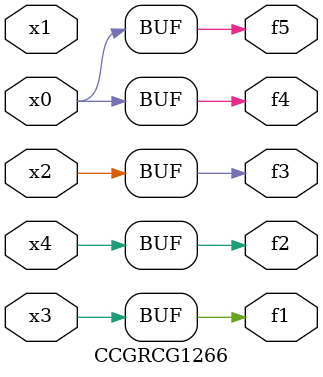
<source format=v>
module CCGRCG1266(
	input x0, x1, x2, x3, x4,
	output f1, f2, f3, f4, f5
);
	assign f1 = x3;
	assign f2 = x4;
	assign f3 = x2;
	assign f4 = x0;
	assign f5 = x0;
endmodule

</source>
